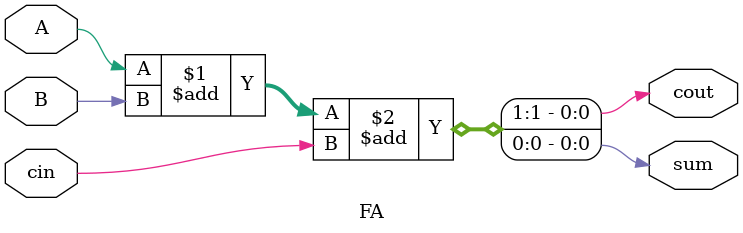
<source format=v>
/******************************************************************* 
* 
* Module: FA.v 
* Project: Single Cycle Processor
* Author: Dalia Eissa, daliaeissa@aucegypt.edu
          Omar Zainelabdeen, omarzee@aucegypt.edu
          Nour Waleed, nourwaleedmo.k@aucegypt.edu
* Description: Full Adder
* 
* Change history: 10/21/25 – Took the file from previous labs to integrate it in the Single Cycle Processor
*                 
**********************************************************************/ 

module FA (
    input A,
    input B,
    input cin,
    output sum,
    output cout
);

    assign {cout, sum} = A + B + cin;

endmodule 
</source>
